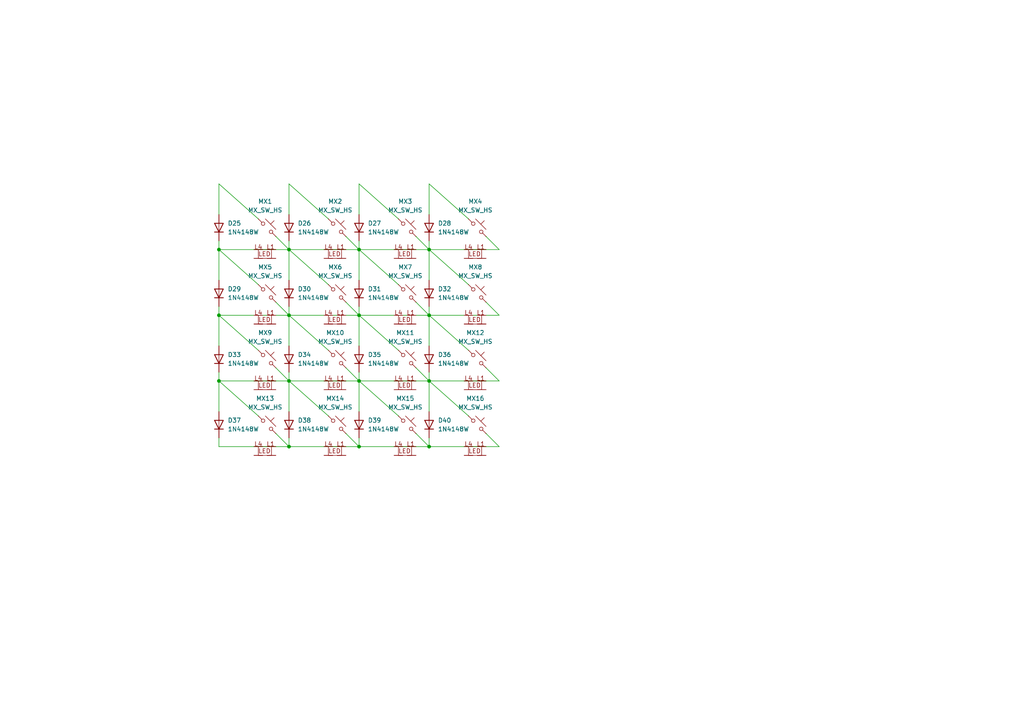
<source format=kicad_sch>
(kicad_sch (version 20231120) (generator "eeschema") (generator_version "8.0")
  (paper "A4")
  (title_block (title "Audio Thing Template") (rev "1.0") (company "velvia-fifty") (comment 1 "https://github.com/velvia-fifty/AudioThings") (comment 2 "You should have changed this already :)") (comment 4 "Stay humble"))
  (lib_symbols
    (symbol "AT-Symbols:MX_SW_HS_W_LED" (pin_numbers hide) (pin_names (offset 1.016) hide)
      (property "Reference" "MX" (at 3.048 1.016 0))
      (property "Value" "MX_SW_HS" (at 0 -3.81 0))
      (symbol "MX_SW_HS_W_LED_0_1"
        (circle (center -1.1684 1.1684) (radius 0.508))
        (polyline (pts (xy -0.508 2.54) (xy 2.54 -0.508)))
        (polyline (pts (xy 1.016 1.016) (xy 2.032 2.032)))
        (polyline (pts (xy -2.54 2.54) (xy -1.524 1.524) (xy -1.524 1.524)))
        (polyline (pts (xy 1.524 -1.524) (xy 2.54 -2.54) (xy 2.54 -2.54) (xy 2.54 -2.54)))
        (circle (center 1.143 -1.1938) (radius 0.508))
        (pin passive line (at -2.54 2.54 0) (length 0) (name "1") (number "1"))
        (pin passive line (at 2.54 -2.54 180) (length 0) (name "2") (number "2"))
      )
      (symbol "MX_SW_HS_W_LED_1_1"
        (rectangle (start -2.54 -6.35) (end 1.27 -8.89))
        (text "L1" (at 1.016 -5.588 0) (effects (font (size 1.27 1.27))))
        (text "L4" (at -2.54 -5.588 0) (effects (font (size 1.27 1.27))))
        (text "LED" (at -0.762 -7.62 0) (effects (font (size 1.27 1.27))))
        (pin input line (at 2.54 -8.89 180) (length 2.54) (name "L2") (number ""))
        (pin input line (at -3.81 -8.89 0) (length 2.54) (name "L3") (number ""))
        (pin input line (at -3.81 -6.35 0) (length 2.54) (name "L4") (number ""))
        (pin input line (at 2.54 -6.35 180) (length 2.54) (name "L1") (number "L1"))
      )
    )
    (symbol "Diode:1N4148W" (pin_numbers hide) (pin_names hide)
      (property "Reference" "D" (at 0 2.54 0))
      (property "Value" "1N4148W" (at 0 -2.54 0))
      (symbol "1N4148W_0_1"
        (polyline (pts (xy -1.27 1.27) (xy -1.27 -1.27)) (stroke (width 0.254)))
        (polyline (pts (xy 1.27 0) (xy -1.27 0)))
        (polyline (pts (xy 1.27 1.27) (xy 1.27 -1.27) (xy -1.27 0) (xy 1.27 1.27)) (stroke (width 0.254)))
      )
      (symbol "1N4148W_1_1"
        (pin passive line (at -3.81 0 0) (length 2.54) (name "K") (number "1"))
        (pin passive line (at 3.81 0 180) (length 2.54) (name "A") (number "2"))
      )
    )
  )
  (junction (at 63.5 110.49))
  (junction (at 124.46 129.54))
  (junction (at 83.82 110.49))
  (junction (at 63.5 91.44))
  (junction (at 124.46 72.39))
  (junction (at 124.46 91.44))
  (junction (at 83.82 129.54))
  (junction (at 104.14 110.49))
  (junction (at 104.14 72.39))
  (junction (at 83.82 72.39))
  (junction (at 104.14 129.54))
  (junction (at 63.5 72.39))
  (junction (at 83.82 91.44))
  (junction (at 124.46 110.49))
  (junction (at 104.14 91.44))
  (wire (pts (xy 83.82 53.34) (xy 95.25 63.5)))
  (wire (pts (xy 83.82 53.34) (xy 83.82 62.23)))
  (wire (pts (xy 124.46 127) (xy 124.46 129.54)))
  (wire (pts (xy 124.46 91.44) (xy 135.89 101.6)))
  (wire (pts (xy 124.46 53.34) (xy 124.46 62.23)))
  (wire (pts (xy 120.65 87.63) (xy 124.46 91.44)))
  (wire (pts (xy 104.14 88.9) (xy 104.14 91.44)))
  (wire (pts (xy 124.46 72.39) (xy 144.78 72.39)))
  (wire (pts (xy 104.14 91.44) (xy 104.14 100.33)))
  (wire (pts (xy 80.01 125.73) (xy 83.82 129.54)))
  (wire (pts (xy 83.82 88.9) (xy 83.82 91.44)))
  (wire (pts (xy 104.14 69.85) (xy 104.14 72.39)))
  (wire (pts (xy 124.46 129.54) (xy 144.78 129.54)))
  (wire (pts (xy 100.33 68.58) (xy 104.14 72.39)))
  (wire (pts (xy 104.14 53.34) (xy 104.14 62.23)))
  (wire (pts (xy 140.97 87.63) (xy 144.78 91.44)))
  (wire (pts (xy 83.82 110.49) (xy 104.14 110.49)))
  (wire (pts (xy 100.33 106.68) (xy 104.14 110.49)))
  (wire (pts (xy 104.14 110.49) (xy 115.57 120.65)))
  (wire (pts (xy 100.33 125.73) (xy 104.14 129.54)))
  (wire (pts (xy 104.14 107.95) (xy 104.14 110.49)))
  (wire (pts (xy 63.5 110.49) (xy 63.5 119.38)))
  (wire (pts (xy 83.82 72.39) (xy 83.82 81.28)))
  (wire (pts (xy 83.82 127) (xy 83.82 129.54)))
  (wire (pts (xy 63.5 110.49) (xy 74.93 120.65)))
  (wire (pts (xy 80.01 87.63) (xy 83.82 91.44)))
  (wire (pts (xy 83.82 72.39) (xy 95.25 82.55)))
  (wire (pts (xy 83.82 91.44) (xy 104.14 91.44)))
  (wire (pts (xy 124.46 107.95) (xy 124.46 110.49)))
  (wire (pts (xy 63.5 72.39) (xy 83.82 72.39)))
  (wire (pts (xy 104.14 72.39) (xy 124.46 72.39)))
  (wire (pts (xy 124.46 110.49) (xy 124.46 119.38)))
  (wire (pts (xy 83.82 72.39) (xy 104.14 72.39)))
  (wire (pts (xy 120.65 106.68) (xy 124.46 110.49)))
  (wire (pts (xy 104.14 72.39) (xy 104.14 81.28)))
  (wire (pts (xy 83.82 91.44) (xy 95.25 101.6)))
  (wire (pts (xy 100.33 87.63) (xy 104.14 91.44)))
  (wire (pts (xy 124.46 91.44) (xy 144.78 91.44)))
  (wire (pts (xy 63.5 127) (xy 63.5 129.54)))
  (wire (pts (xy 104.14 127) (xy 104.14 129.54)))
  (wire (pts (xy 124.46 110.49) (xy 144.78 110.49)))
  (wire (pts (xy 83.82 107.95) (xy 83.82 110.49)))
  (wire (pts (xy 104.14 72.39) (xy 115.57 82.55)))
  (wire (pts (xy 120.65 125.73) (xy 124.46 129.54)))
  (wire (pts (xy 63.5 72.39) (xy 74.93 82.55)))
  (wire (pts (xy 104.14 91.44) (xy 115.57 101.6)))
  (wire (pts (xy 63.5 69.85) (xy 63.5 72.39)))
  (wire (pts (xy 104.14 53.34) (xy 115.57 63.5)))
  (wire (pts (xy 124.46 72.39) (xy 124.46 81.28)))
  (wire (pts (xy 124.46 88.9) (xy 124.46 91.44)))
  (wire (pts (xy 83.82 91.44) (xy 83.82 100.33)))
  (wire (pts (xy 63.5 53.34) (xy 74.93 63.5)))
  (wire (pts (xy 80.01 68.58) (xy 83.82 72.39)))
  (wire (pts (xy 140.97 125.73) (xy 144.78 129.54)))
  (wire (pts (xy 104.14 110.49) (xy 104.14 119.38)))
  (wire (pts (xy 124.46 91.44) (xy 124.46 100.33)))
  (wire (pts (xy 83.82 69.85) (xy 83.82 72.39)))
  (wire (pts (xy 124.46 110.49) (xy 135.89 120.65)))
  (wire (pts (xy 63.5 53.34) (xy 63.5 62.23)))
  (wire (pts (xy 83.82 110.49) (xy 83.82 119.38)))
  (wire (pts (xy 63.5 91.44) (xy 83.82 91.44)))
  (wire (pts (xy 120.65 68.58) (xy 124.46 72.39)))
  (wire (pts (xy 80.01 106.68) (xy 83.82 110.49)))
  (wire (pts (xy 63.5 91.44) (xy 74.93 101.6)))
  (wire (pts (xy 140.97 68.58) (xy 144.78 72.39)))
  (wire (pts (xy 83.82 110.49) (xy 95.25 120.65)))
  (wire (pts (xy 63.5 110.49) (xy 83.82 110.49)))
  (wire (pts (xy 140.97 106.68) (xy 144.78 110.49)))
  (wire (pts (xy 63.5 91.44) (xy 63.5 100.33)))
  (wire (pts (xy 63.5 72.39) (xy 63.5 81.28)))
  (wire (pts (xy 124.46 69.85) (xy 124.46 72.39)))
  (wire (pts (xy 104.14 91.44) (xy 124.46 91.44)))
  (wire (pts (xy 63.5 88.9) (xy 63.5 91.44)))
  (wire (pts (xy 104.14 110.49) (xy 124.46 110.49)))
  (wire (pts (xy 83.82 129.54) (xy 104.14 129.54)))
  (wire (pts (xy 124.46 72.39) (xy 135.89 82.55)))
  (wire (pts (xy 63.5 107.95) (xy 63.5 110.49)))
  (wire (pts (xy 63.5 129.54) (xy 83.82 129.54)))
  (wire (pts (xy 124.46 53.34) (xy 135.89 63.5)))
  (wire (pts (xy 104.14 129.54) (xy 124.46 129.54)))
  (symbol (lib_id "Diode:1N4148W") (at 83.82 104.14 90) (unit 1) (on_board no)
    (property "Reference" "D34" (at 86.36 102.8699 90) (effects (justify right)))
    (property "Value" "1N4148W" (at 86.36 105.4099 90) (effects (justify right)))
    (property "Footprint" "Diode_SMD:D_SOD-123" (effects (hide yes)))
    (property "Datasheet" "https://www.vishay.com/docs/85748/1n4148w.pdf" (effects (hide yes)))
    (property "Description" "75V 0.15A Fast Switching Diode, SOD-123" (effects (hide yes)))
    (property "Sim.Device" "D" (effects (hide yes)))
    (property "Sim.Pins" "1=K 2=A" (effects (hide yes)))
  )
  (symbol (lib_id "Diode:1N4148W") (at 63.5 104.14 90) (unit 1) (on_board no)
    (property "Reference" "D33" (at 66.04 102.8699 90) (effects (justify right)))
    (property "Value" "1N4148W" (at 66.04 105.4099 90) (effects (justify right)))
    (property "Footprint" "Diode_SMD:D_SOD-123" (effects (hide yes)))
    (property "Datasheet" "https://www.vishay.com/docs/85748/1n4148w.pdf" (effects (hide yes)))
    (property "Description" "75V 0.15A Fast Switching Diode, SOD-123" (effects (hide yes)))
    (property "Sim.Device" "D" (effects (hide yes)))
    (property "Sim.Pins" "1=K 2=A" (effects (hide yes)))
  )
  (symbol (lib_id "AT-Symbols:MX_SW_HS_W_LED") (at 77.47 123.19 0) (unit 1)
    (property "Reference" "MX13" (at 76.9092 115.57 0))
    (property "Value" "MX_SW_HS" (at 76.9092 118.11 0))
    (property "Footprint" "AT-Footprints:SW_Hotswap_Kailh_MX_Plated_1206R LED" (effects (hide yes)))
    (property "Description" "Push button switch, normally open, two pins, 45° tilted, Kailh CPG151101S11 for Cherry MX style switches" (effects (hide yes)))
  )
  (symbol (lib_id "Diode:1N4148W") (at 124.46 123.19 90) (unit 1) (on_board no)
    (property "Reference" "D40" (at 127 121.9199 90) (effects (justify right)))
    (property "Value" "1N4148W" (at 127 124.4599 90) (effects (justify right)))
    (property "Footprint" "Diode_SMD:D_SOD-123" (effects (hide yes)))
    (property "Datasheet" "https://www.vishay.com/docs/85748/1n4148w.pdf" (effects (hide yes)))
    (property "Description" "75V 0.15A Fast Switching Diode, SOD-123" (effects (hide yes)))
    (property "Sim.Device" "D" (effects (hide yes)))
    (property "Sim.Pins" "1=K 2=A" (effects (hide yes)))
  )
  (symbol (lib_id "AT-Symbols:MX_SW_HS_W_LED") (at 97.79 85.09 0) (unit 1)
    (property "Reference" "MX6" (at 97.2292 77.47 0))
    (property "Value" "MX_SW_HS" (at 97.2292 80.01 0))
    (property "Footprint" "AT-Footprints:SW_Hotswap_Kailh_MX_Plated_1206R LED" (effects (hide yes)))
    (property "Description" "Push button switch, normally open, two pins, 45° tilted, Kailh CPG151101S11 for Cherry MX style switches" (effects (hide yes)))
  )
  (symbol (lib_id "AT-Symbols:MX_SW_HS_W_LED") (at 138.43 104.14 0) (unit 1)
    (property "Reference" "MX12" (at 137.8692 96.52 0))
    (property "Value" "MX_SW_HS" (at 137.8692 99.06 0))
    (property "Footprint" "AT-Footprints:SW_Hotswap_Kailh_MX_Plated_1206R LED" (effects (hide yes)))
    (property "Description" "Push button switch, normally open, two pins, 45° tilted, Kailh CPG151101S11 for Cherry MX style switches" (effects (hide yes)))
  )
  (symbol (lib_id "AT-Symbols:MX_SW_HS_W_LED") (at 138.43 123.19 0) (unit 1)
    (property "Reference" "MX16" (at 137.8692 115.57 0))
    (property "Value" "MX_SW_HS" (at 137.8692 118.11 0))
    (property "Footprint" "AT-Footprints:SW_Hotswap_Kailh_MX_Plated_1206R LED" (effects (hide yes)))
    (property "Description" "Push button switch, normally open, two pins, 45° tilted, Kailh CPG151101S11 for Cherry MX style switches" (effects (hide yes)))
  )
  (symbol (lib_id "Diode:1N4148W") (at 83.82 66.04 90) (unit 1) (on_board no)
    (property "Reference" "D26" (at 86.36 64.7699 90) (effects (justify right)))
    (property "Value" "1N4148W" (at 86.36 67.3099 90) (effects (justify right)))
    (property "Footprint" "Diode_SMD:D_SOD-123" (effects (hide yes)))
    (property "Datasheet" "https://www.vishay.com/docs/85748/1n4148w.pdf" (effects (hide yes)))
    (property "Description" "75V 0.15A Fast Switching Diode, SOD-123" (effects (hide yes)))
    (property "Sim.Device" "D" (effects (hide yes)))
    (property "Sim.Pins" "1=K 2=A" (effects (hide yes)))
  )
  (symbol (lib_id "AT-Symbols:MX_SW_HS_W_LED") (at 138.43 66.04 0) (unit 1)
    (property "Reference" "MX4" (at 137.8692 58.42 0))
    (property "Value" "MX_SW_HS" (at 137.8692 60.96 0))
    (property "Footprint" "AT-Footprints:SW_Hotswap_Kailh_MX_Plated_1206R LED" (effects (hide yes)))
    (property "Description" "Push button switch, normally open, two pins, 45° tilted, Kailh CPG151101S11 for Cherry MX style switches" (effects (hide yes)))
  )
  (symbol (lib_id "Diode:1N4148W") (at 104.14 85.09 90) (unit 1) (on_board no)
    (property "Reference" "D31" (at 106.68 83.8199 90) (effects (justify right)))
    (property "Value" "1N4148W" (at 106.68 86.3599 90) (effects (justify right)))
    (property "Footprint" "Diode_SMD:D_SOD-123" (effects (hide yes)))
    (property "Datasheet" "https://www.vishay.com/docs/85748/1n4148w.pdf" (effects (hide yes)))
    (property "Description" "75V 0.15A Fast Switching Diode, SOD-123" (effects (hide yes)))
    (property "Sim.Device" "D" (effects (hide yes)))
    (property "Sim.Pins" "1=K 2=A" (effects (hide yes)))
  )
  (symbol (lib_id "AT-Symbols:MX_SW_HS_W_LED") (at 77.47 85.09 0) (unit 1)
    (property "Reference" "MX5" (at 76.9092 77.47 0))
    (property "Value" "MX_SW_HS" (at 76.9092 80.01 0))
    (property "Footprint" "AT-Footprints:SW_Hotswap_Kailh_MX_Plated_1206R LED" (effects (hide yes)))
    (property "Description" "Push button switch, normally open, two pins, 45° tilted, Kailh CPG151101S11 for Cherry MX style switches" (effects (hide yes)))
  )
  (symbol (lib_id "AT-Symbols:MX_SW_HS_W_LED") (at 138.43 85.09 0) (unit 1)
    (property "Reference" "MX8" (at 137.8692 77.47 0))
    (property "Value" "MX_SW_HS" (at 137.8692 80.01 0))
    (property "Footprint" "AT-Footprints:SW_Hotswap_Kailh_MX_Plated_1206R LED" (effects (hide yes)))
    (property "Description" "Push button switch, normally open, two pins, 45° tilted, Kailh CPG151101S11 for Cherry MX style switches" (effects (hide yes)))
  )
  (symbol (lib_id "Diode:1N4148W") (at 124.46 66.04 90) (unit 1) (on_board no)
    (property "Reference" "D28" (at 127 64.7699 90) (effects (justify right)))
    (property "Value" "1N4148W" (at 127 67.3099 90) (effects (justify right)))
    (property "Footprint" "Diode_SMD:D_SOD-123" (effects (hide yes)))
    (property "Datasheet" "https://www.vishay.com/docs/85748/1n4148w.pdf" (effects (hide yes)))
    (property "Description" "75V 0.15A Fast Switching Diode, SOD-123" (effects (hide yes)))
    (property "Sim.Device" "D" (effects (hide yes)))
    (property "Sim.Pins" "1=K 2=A" (effects (hide yes)))
  )
  (symbol (lib_id "Diode:1N4148W") (at 104.14 123.19 90) (unit 1) (on_board no)
    (property "Reference" "D39" (at 106.68 121.9199 90) (effects (justify right)))
    (property "Value" "1N4148W" (at 106.68 124.4599 90) (effects (justify right)))
    (property "Footprint" "Diode_SMD:D_SOD-123" (effects (hide yes)))
    (property "Datasheet" "https://www.vishay.com/docs/85748/1n4148w.pdf" (effects (hide yes)))
    (property "Description" "75V 0.15A Fast Switching Diode, SOD-123" (effects (hide yes)))
    (property "Sim.Device" "D" (effects (hide yes)))
    (property "Sim.Pins" "1=K 2=A" (effects (hide yes)))
  )
  (symbol (lib_id "Diode:1N4148W") (at 63.5 123.19 90) (unit 1) (on_board no)
    (property "Reference" "D37" (at 66.04 121.9199 90) (effects (justify right)))
    (property "Value" "1N4148W" (at 66.04 124.4599 90) (effects (justify right)))
    (property "Footprint" "Diode_SMD:D_SOD-123" (effects (hide yes)))
    (property "Datasheet" "https://www.vishay.com/docs/85748/1n4148w.pdf" (effects (hide yes)))
    (property "Description" "75V 0.15A Fast Switching Diode, SOD-123" (effects (hide yes)))
    (property "Sim.Device" "D" (effects (hide yes)))
    (property "Sim.Pins" "1=K 2=A" (effects (hide yes)))
  )
  (symbol (lib_id "AT-Symbols:MX_SW_HS_W_LED") (at 97.79 66.04 0) (unit 1)
    (property "Reference" "MX2" (at 97.2292 58.42 0))
    (property "Value" "MX_SW_HS" (at 97.2292 60.96 0))
    (property "Footprint" "AT-Footprints:SW_Hotswap_Kailh_MX_Plated_1206R LED" (effects (hide yes)))
    (property "Description" "Push button switch, normally open, two pins, 45° tilted, Kailh CPG151101S11 for Cherry MX style switches" (effects (hide yes)))
  )
  (symbol (lib_id "AT-Symbols:MX_SW_HS_W_LED") (at 118.11 66.04 0) (unit 1)
    (property "Reference" "MX3" (at 117.5492 58.42 0))
    (property "Value" "MX_SW_HS" (at 117.5492 60.96 0))
    (property "Footprint" "AT-Footprints:SW_Hotswap_Kailh_MX_Plated_1206R LED" (effects (hide yes)))
    (property "Description" "Push button switch, normally open, two pins, 45° tilted, Kailh CPG151101S11 for Cherry MX style switches" (effects (hide yes)))
  )
  (symbol (lib_id "Diode:1N4148W") (at 63.5 85.09 90) (unit 1) (on_board no)
    (property "Reference" "D29" (at 66.04 83.8199 90) (effects (justify right)))
    (property "Value" "1N4148W" (at 66.04 86.3599 90) (effects (justify right)))
    (property "Footprint" "Diode_SMD:D_SOD-123" (effects (hide yes)))
    (property "Datasheet" "https://www.vishay.com/docs/85748/1n4148w.pdf" (effects (hide yes)))
    (property "Description" "75V 0.15A Fast Switching Diode, SOD-123" (effects (hide yes)))
    (property "Sim.Device" "D" (effects (hide yes)))
    (property "Sim.Pins" "1=K 2=A" (effects (hide yes)))
  )
  (symbol (lib_id "AT-Symbols:MX_SW_HS_W_LED") (at 118.11 85.09 0) (unit 1)
    (property "Reference" "MX7" (at 117.5492 77.47 0))
    (property "Value" "MX_SW_HS" (at 117.5492 80.01 0))
    (property "Footprint" "AT-Footprints:SW_Hotswap_Kailh_MX_Plated_1206R LED" (effects (hide yes)))
    (property "Description" "Push button switch, normally open, two pins, 45° tilted, Kailh CPG151101S11 for Cherry MX style switches" (effects (hide yes)))
  )
  (symbol (lib_id "AT-Symbols:MX_SW_HS_W_LED") (at 77.47 66.04 0) (unit 1)
    (property "Reference" "MX1" (at 76.9092 58.42 0))
    (property "Value" "MX_SW_HS" (at 76.9092 60.96 0))
    (property "Footprint" "AT-Footprints:SW_Hotswap_Kailh_MX_Plated_1206R LED" (effects (hide yes)))
    (property "Description" "Push button switch, normally open, two pins, 45° tilted, Kailh CPG151101S11 for Cherry MX style switches" (effects (hide yes)))
  )
  (symbol (lib_id "Diode:1N4148W") (at 104.14 104.14 90) (unit 1) (on_board no)
    (property "Reference" "D35" (at 106.68 102.8699 90) (effects (justify right)))
    (property "Value" "1N4148W" (at 106.68 105.4099 90) (effects (justify right)))
    (property "Footprint" "Diode_SMD:D_SOD-123" (effects (hide yes)))
    (property "Datasheet" "https://www.vishay.com/docs/85748/1n4148w.pdf" (effects (hide yes)))
    (property "Description" "75V 0.15A Fast Switching Diode, SOD-123" (effects (hide yes)))
    (property "Sim.Device" "D" (effects (hide yes)))
    (property "Sim.Pins" "1=K 2=A" (effects (hide yes)))
  )
  (symbol (lib_id "AT-Symbols:MX_SW_HS_W_LED") (at 118.11 123.19 0) (unit 1)
    (property "Reference" "MX15" (at 117.5492 115.57 0))
    (property "Value" "MX_SW_HS" (at 117.5492 118.11 0))
    (property "Footprint" "AT-Footprints:SW_Hotswap_Kailh_MX_Plated_1206R LED" (effects (hide yes)))
    (property "Description" "Push button switch, normally open, two pins, 45° tilted, Kailh CPG151101S11 for Cherry MX style switches" (effects (hide yes)))
  )
  (symbol (lib_id "Diode:1N4148W") (at 83.82 85.09 90) (unit 1) (on_board no)
    (property "Reference" "D30" (at 86.36 83.8199 90) (effects (justify right)))
    (property "Value" "1N4148W" (at 86.36 86.3599 90) (effects (justify right)))
    (property "Footprint" "Diode_SMD:D_SOD-123" (effects (hide yes)))
    (property "Datasheet" "https://www.vishay.com/docs/85748/1n4148w.pdf" (effects (hide yes)))
    (property "Description" "75V 0.15A Fast Switching Diode, SOD-123" (effects (hide yes)))
    (property "Sim.Device" "D" (effects (hide yes)))
    (property "Sim.Pins" "1=K 2=A" (effects (hide yes)))
  )
  (symbol (lib_id "AT-Symbols:MX_SW_HS_W_LED") (at 97.79 104.14 0) (unit 1)
    (property "Reference" "MX10" (at 97.2292 96.52 0))
    (property "Value" "MX_SW_HS" (at 97.2292 99.06 0))
    (property "Footprint" "AT-Footprints:SW_Hotswap_Kailh_MX_Plated_1206R LED" (effects (hide yes)))
    (property "Description" "Push button switch, normally open, two pins, 45° tilted, Kailh CPG151101S11 for Cherry MX style switches" (effects (hide yes)))
  )
  (symbol (lib_id "Diode:1N4148W") (at 124.46 104.14 90) (unit 1) (on_board no)
    (property "Reference" "D36" (at 127 102.8699 90) (effects (justify right)))
    (property "Value" "1N4148W" (at 127 105.4099 90) (effects (justify right)))
    (property "Footprint" "Diode_SMD:D_SOD-123" (effects (hide yes)))
    (property "Datasheet" "https://www.vishay.com/docs/85748/1n4148w.pdf" (effects (hide yes)))
    (property "Description" "75V 0.15A Fast Switching Diode, SOD-123" (effects (hide yes)))
    (property "Sim.Device" "D" (effects (hide yes)))
    (property "Sim.Pins" "1=K 2=A" (effects (hide yes)))
  )
  (symbol (lib_id "AT-Symbols:MX_SW_HS_W_LED") (at 77.47 104.14 0) (unit 1)
    (property "Reference" "MX9" (at 76.9092 96.52 0))
    (property "Value" "MX_SW_HS" (at 76.9092 99.06 0))
    (property "Footprint" "AT-Footprints:SW_Hotswap_Kailh_MX_Plated_1206R LED" (effects (hide yes)))
    (property "Description" "Push button switch, normally open, two pins, 45° tilted, Kailh CPG151101S11 for Cherry MX style switches" (effects (hide yes)))
  )
  (symbol (lib_id "Diode:1N4148W") (at 63.5 66.04 90) (unit 1) (on_board no)
    (property "Reference" "D25" (at 66.04 64.7699 90) (effects (justify right)))
    (property "Value" "1N4148W" (at 66.04 67.3099 90) (effects (justify right)))
    (property "Footprint" "Diode_SMD:D_SOD-123" (effects (hide yes)))
    (property "Datasheet" "https://www.vishay.com/docs/85748/1n4148w.pdf" (effects (hide yes)))
    (property "Description" "75V 0.15A Fast Switching Diode, SOD-123" (effects (hide yes)))
    (property "Sim.Device" "D" (effects (hide yes)))
    (property "Sim.Pins" "1=K 2=A" (effects (hide yes)))
  )
  (symbol (lib_id "AT-Symbols:MX_SW_HS_W_LED") (at 118.11 104.14 0) (unit 1)
    (property "Reference" "MX11" (at 117.5492 96.52 0))
    (property "Value" "MX_SW_HS" (at 117.5492 99.06 0))
    (property "Footprint" "AT-Footprints:SW_Hotswap_Kailh_MX_Plated_1206R LED" (effects (hide yes)))
    (property "Description" "Push button switch, normally open, two pins, 45° tilted, Kailh CPG151101S11 for Cherry MX style switches" (effects (hide yes)))
  )
  (symbol (lib_id "Diode:1N4148W") (at 124.46 85.09 90) (unit 1) (on_board no)
    (property "Reference" "D32" (at 127 83.8199 90) (effects (justify right)))
    (property "Value" "1N4148W" (at 127 86.3599 90) (effects (justify right)))
    (property "Footprint" "Diode_SMD:D_SOD-123" (effects (hide yes)))
    (property "Datasheet" "https://www.vishay.com/docs/85748/1n4148w.pdf" (effects (hide yes)))
    (property "Description" "75V 0.15A Fast Switching Diode, SOD-123" (effects (hide yes)))
    (property "Sim.Device" "D" (effects (hide yes)))
    (property "Sim.Pins" "1=K 2=A" (effects (hide yes)))
  )
  (symbol (lib_id "AT-Symbols:MX_SW_HS_W_LED") (at 97.79 123.19 0) (unit 1)
    (property "Reference" "MX14" (at 97.2292 115.57 0))
    (property "Value" "MX_SW_HS" (at 97.2292 118.11 0))
    (property "Footprint" "AT-Footprints:SW_Hotswap_Kailh_MX_Plated_1206R LED" (effects (hide yes)))
    (property "Description" "Push button switch, normally open, two pins, 45° tilted, Kailh CPG151101S11 for Cherry MX style switches" (effects (hide yes)))
  )
  (symbol (lib_id "Diode:1N4148W") (at 83.82 123.19 90) (unit 1) (on_board no)
    (property "Reference" "D38" (at 86.36 121.9199 90) (effects (justify right)))
    (property "Value" "1N4148W" (at 86.36 124.4599 90) (effects (justify right)))
    (property "Footprint" "Diode_SMD:D_SOD-123" (effects (hide yes)))
    (property "Datasheet" "https://www.vishay.com/docs/85748/1n4148w.pdf" (effects (hide yes)))
    (property "Description" "75V 0.15A Fast Switching Diode, SOD-123" (effects (hide yes)))
    (property "Sim.Device" "D" (effects (hide yes)))
    (property "Sim.Pins" "1=K 2=A" (effects (hide yes)))
  )
  (symbol (lib_id "Diode:1N4148W") (at 104.14 66.04 90) (unit 1) (on_board no)
    (property "Reference" "D27" (at 106.68 64.7699 90) (effects (justify right)))
    (property "Value" "1N4148W" (at 106.68 67.3099 90) (effects (justify right)))
    (property "Footprint" "Diode_SMD:D_SOD-123" (effects (hide yes)))
    (property "Datasheet" "https://www.vishay.com/docs/85748/1n4148w.pdf" (effects (hide yes)))
    (property "Description" "75V 0.15A Fast Switching Diode, SOD-123" (effects (hide yes)))
    (property "Sim.Device" "D" (effects (hide yes)))
    (property "Sim.Pins" "1=K 2=A" (effects (hide yes)))
  )
)
</source>
